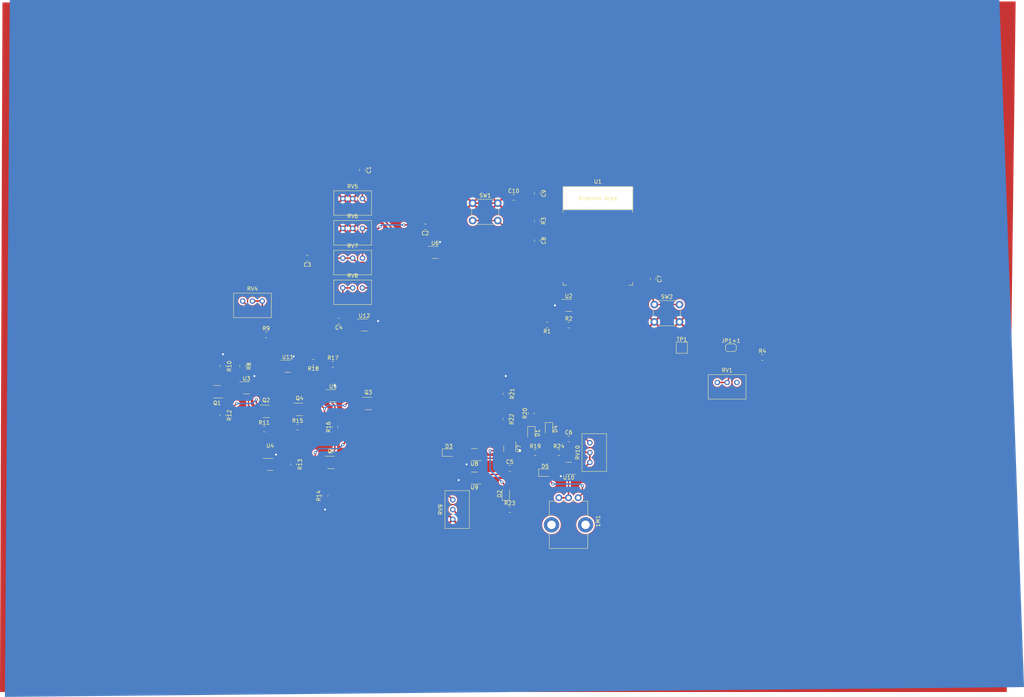
<source format=kicad_pcb>
(kicad_pcb (version 20221018) (generator pcbnew)
  (layers (0 "F.Cu" signal) (31 "B.Cu" signal) (34 "B.Paste" user) (35 "F.Paste" user) (36 "B.SilkS" user "B.Silkscreen") (37 "F.SilkS" user "F.Silkscreen") (38 "B.Mask" user) (39 "F.Mask" user) (44 "Edge.Cuts" user))
  (net 0 "")
  (net 1 "HighPass Input")
  (net 2 "Net-(U6A-+)")
  (net 3 "Net-(U6A--)")
  (net 4 "LowPass Input")
  (net 5 "Net-(U6B-+)")
  (net 6 "GND")
  (net 7 "Filter Out")
  (net 8 "Net-(U1-GPIO0)")
  (net 9 "Net-(D1-A)")
  (net 10 "Net-(U10-+)")
  (net 11 "Net-(D1-K)")
  (net 12 "Net-(D2-K)")
  (net 13 "Net-(D2-A)")
  (net 14 "Net-(D3-K)")
  (net 15 "Net-(D3-A)")
  (net 16 "Net-(D4-K)")
  (net 17 "Net-(D4-A)")
  (net 18 "Net-(D5-A)")
  (net 19 "Net-(Q1-C)")
  (net 20 "Net-(Q1-B)")
  (net 21 "Net-(Q1-E)")
  (net 22 "Net-(Q2-E)")
  (net 23 "Net-(Q3-C)")
  (net 24 "Net-(Q3-B)")
  (net 25 "Net-(Q3-E)")
  (net 26 "Net-(Q4-E)")
  (net 27 "V_in+")
  (net 28 "Net-(U3-+)")
  (net 29 "Net-(R9-Pad1)")
  (net 30 "+12V")
  (net 31 "Net-(U4--)")
  (net 32 "Net-(U4-+)")
  (net 33 "Net-(U5--)")
  (net 34 "Net-(U5-+)")
  (net 35 "Net-(R17-Pad2)")
  (net 36 "V_Wavefolder+")
  (net 37 "Net-(U7--)")
  (net 38 "Net-(R23-Pad2)")
  (net 39 "Net-(U1-EN)")
  (net 40 "Net-(U10--)")
  (net 41 "+3.3V")
  (net 42 "Net-(U2--)")
  (net 43 "V_inWF+")
  (net 44 "ESP Out")
  (net 45 "V_inW+")
  (net 46 "EN_in+")
  (net 47 "Net-(U6B--)")
  (net 54 "Net-(U1-GPIO17{slash}U1TXD{slash}ADC2_CH6{slash}DAC_1)")
  (net 83 "V_in_EN+")
  (net 84 "Filter Output")
  (net 85 "Net-(JP1+1-A)")
  (net 86 "Net-(JP1+1-B)")
  (net 87 "V_out+")
  (footprint "Capacitor_SMD:C_0805_2012Metric" (layer "F.Cu") (at 63.1105 31.647 -90)
    (fp_text reference "C1")
    (fp_text value "C")
  )
  (footprint "Diode_SMD:D_0805_2012Metric" (layer "F.Cu") (at 110.3545 109.99)
    (fp_text reference "D5")
    (fp_text value "D")
  )
  (footprint "Package_TO_SOT_SMD:SOT-23-5_HandSoldering" (layer "F.Cu") (at 25.5185 89.051 180)
    (fp_text reference "Q1")
    (fp_text value "PNP")
  )
  (footprint "Package_TO_SOT_SMD:SOT-23-5" (layer "F.Cu") (at 33.1385 88.035)
    (fp_text reference "U3")
    (fp_text value "LM321")
  )
  (footprint "Package_TO_SOT_SMD:SOT-23-5_HandSoldering" (layer "F.Cu") (at 38.2185 94.131)
    (fp_text reference "Q2")
    (fp_text value "NPN")
  )
  (footprint "Resistor_SMD:R_0805_2012Metric" (layer "F.Cu") (at 45.3305 107.847 -90)
    (fp_text reference "R13")
    (fp_text value "20k")
  )
  (footprint "Button_Switch_THT:SW_PUSH_6mm_H8mm" (layer "F.Cu") (at 91.61 40.25)
    (fp_text reference "SW1")
    (fp_text value "Reset")
  )
  (footprint "Package_TO_SOT_SMD:TSOT-23-8" (layer "F.Cu") (at 81.9065 52.983)
    (fp_text reference "U6")
    (fp_text value "Opamp_Dual")
  )
  (footprint "Resistor_SMD:R_0805_2012Metric" (layer "F.Cu") (at 50.4105 81.431 180)
    (fp_text reference "R18")
    (fp_text value "1k")
  )
  (footprint "Potentiometer_THT:Potentiometer_Bourns_3299W_Vertical" (layer "F.Cu") (at 63.1205 54.478)
    (fp_text reference "RV7")
    (fp_text value "R_Potentiometer")
  )
  (footprint "Capacitor_SMD:C_0805_2012Metric" (layer "F.Cu") (at 79.3665 46.379 180)
    (fp_text reference "C2")
    (fp_text value "C")
  )
  (footprint "Resistor_SMD:R_0805_2012Metric" (layer "F.Cu") (at 38.2185 74.319)
    (fp_text reference "R9")
    (fp_text value "2k")
  )
  (footprint "Resistor_SMD:R_0805_2012Metric" (layer "F.Cu") (at 101.2105 119.531)
    (fp_text reference "R23")
    (fp_text value "100k")
  )
  (footprint "Package_TO_SOT_SMD:SOT-23-5" (layer "F.Cu") (at 39.2345 107.847)
    (fp_text reference "U4")
    (fp_text value "LM321")
  )
  (footprint "Resistor_SMD:R_0805_2012Metric" (layer "F.Cu") (at 100.1945 89.559 -90)
    (fp_text reference "R21")
    (fp_text value "100k")
  )
  (footprint "Package_TO_SOT_SMD:SOT-23-5_HandSoldering" (layer "F.Cu") (at 46.8545 93.623)
    (fp_text reference "Q4")
    (fp_text value "NPN")
  )
  (footprint "Potentiometer_THT:Potentiometer_Bourns_3299W_Vertical" (layer "F.Cu") (at 159.9535 86.648)
    (fp_text reference "RV1")
    (fp_text value "20k")
  )
  (footprint "Resistor_SMD:R_0805_2012Metric" (layer "F.Cu") (at 32.1225 82.447 -90)
    (fp_text reference "R8")
    (fp_text value "100k")
  )
  (footprint "Capacitor_SMD:C_0805_2012Metric" (layer "F.Cu") (at 108.3225 37.743 -90)
    (fp_text reference "C9")
    (fp_text value "0.1uF")
  )
  (footprint "Jumper:SolderJumper-2_P1.3mm_Bridged_RoundedPad1.0x1.5mm" (layer "F.Cu") (at 158.41 77.65)
    (fp_text reference "JP1+1")
    (fp_text value "SolderJumper_2_Open")
  )
  (footprint "Package_TO_SOT_SMD:SOT-23-5_HandSoldering" (layer "F.Cu") (at 54.9825 107.339)
    (fp_text reference "Qr")
    (fp_text value "PNP")
  )
  (footprint "Resistor_SMD:R_0805_2012Metric" (layer "F.Cu") (at 55.4905 81.939)
    (fp_text reference "R17")
    (fp_text value "220k")
  )
  (footprint "Capacitor_SMD:C_0805_2012Metric" (layer "F.Cu") (at 101.2105 108.863)
    (fp_text reference "C5")
    (fp_text value "1uF")
  )
  (footprint "Resistor_SMD:R_0805_2012Metric" (layer "F.Cu") (at 53.4585 115.975 90)
    (fp_text reference "R14")
    (fp_text value "20k")
  )
  (footprint "Package_TO_SOT_SMD:SOT-23-5_HandSoldering" (layer "F.Cu") (at 64.6345 92.099)
    (fp_text reference "Q3")
    (fp_text value "PNP")
  )
  (footprint "Potentiometer_THT:Potentiometer_Bourns_3299W_Vertical" (layer "F.Cu") (at 63.1205 39.078)
    (fp_text reference "RV5")
    (fp_text value "R_Potentiometer")
  )
  (footprint "Potentiometer_THT:Potentiometer_Bourns_3299W_Vertical" (layer "F.Cu") (at 63.1205 46.778)
    (fp_text reference "RV6")
    (fp_text value "R_Potentiometer")
  )
  (footprint "Button_Switch_THT:SW_PUSH_6mm_H8mm" (layer "F.Cu") (at 138.6005 66.481)
    (fp_text reference "SW2")
    (fp_text value "Boot")
  )
  (footprint "Resistor_SMD:R_0805_2012Metric" (layer "F.Cu") (at 107.8145 104.799)
    (fp_text reference "R19")
    (fp_text value "10k")
  )
  (footprint "Package_TO_SOT_SMD:SOT-23-5" (layer "F.Cu") (at 116.4505 108.863 180)
    (fp_text reference "U10")
    (fp_text value "LM321")
  )
  (footprint "Diode_SMD:D_0805_2012Metric" (layer "F.Cu") (at 100.1945 115.467 90)
    (fp_text reference "D2")
    (fp_text value "D")
  )
  (footprint "Resistor_SMD:R_0805_2012Metric" (layer "F.Cu") (at 108.3225 44.855 -90)
    (fp_text reference "R3")
    (fp_text value "10k")
  )
  (footprint "Package_TO_SOT_SMD:SOT-23-5" (layer "F.Cu") (at 101.2105 103.7875 -90)
    (fp_text reference "U7")
    (fp_text value "LM321")
  )
  (footprint "Resistor_SMD:R_0805_2012Metric" (layer "F.Cu") (at 37.7105 98.703)
    (fp_text reference "R11")
    (fp_text value "20k")
  )
  (footprint "TestPoint:TestPoint_Pad_2.5x2.5mm" (layer "F.Cu") (at 145.71 77.65)
    (fp_text reference "TP1")
    (fp_text value "TestPoint")
  )
  (footprint "Resistor_SMD:R_0805_2012Metric" (layer "F.Cu") (at 166.538 80.19)
    (fp_text reference "R4")
    (fp_text value "20k")
  )
  (footprint "Resistor_SMD:R_0805_2012Metric" (layer "F.Cu") (at 27.0425 82.447 -90)
    (fp_text reference "R10")
    (fp_text value "20k")
  )
  (footprint "Capacitor_SMD:C_0805_2012Metric" (layer "F.Cu") (at 57.0145 70.763 180)
    (fp_text reference "C4")
    (fp_text value "C")
  )
  (footprint "Diode_SMD:D_0805_2012Metric" (layer "F.Cu") (at 85.4625 104.799)
    (fp_text reference "D3")
    (fp_text value "D")
  )
  (footprint "Potentiometer_THT:Potentiometer_Bourns_3299W_Vertical" (layer "F.Cu") (at 63.1205 62.178)
    (fp_text reference "RV8")
    (fp_text value "R_Potentiometer")
  )
  (footprint "Resistor_SMD:R_0805_2012Metric" (layer "F.Cu") (at 100.1945 96.163 -90)
    (fp_text reference "R22")
    (fp_text value "47k")
  )
  (footprint "Capacitor_SMD:C_0805_2012Metric" (layer "F.Cu") (at 108.3225 49.935 -90)
    (fp_text reference "C8")
    (fp_text value "0.1uF")
  )
  (footprint "Potentiometer_THT:Potentiometer_Bourns_3299W_Vertical" (layer "F.Cu") (at 86.4785 116.991 90)
    (fp_text reference "RV9")
    (fp_text value "100k")
  )
  (footprint "Resistor_SMD:R_0805_2012Metric" (layer "F.Cu") (at 113.9105 104.799)
    (fp_text reference "R24")
    (fp_text value "1k")
  )
  (footprint "Resistor_SMD:R_0805_2012Metric" (layer "F.Cu") (at 27.0425 95.147 -90)
    (fp_text reference "R12")
    (fp_text value "10k")
  )
  (footprint "Package_TO_SOT_SMD:SOT-23-5" (layer "F.Cu") (at 43.8065 82.447)
    (fp_text reference "U11")
    (fp_text value "LM321")
  )
  (footprint "Package_TO_SOT_SMD:SOT-23-5" (layer "F.Cu") (at 63.6185 71.779)
    (fp_text reference "U12")
    (fp_text value "LM321")
  )
  (footprint "Package_TO_SOT_SMD:SOT-23-5" (layer "F.Cu") (at 92.0665 111.403 180)
    (fp_text reference "U9")
    (fp_text value "LM321")
  )
  (footprint "Resistor_SMD:R_0805_2012Metric" (layer "F.Cu") (at 55.9985 98.195 90)
    (fp_text reference "R16")
    (fp_text value "10k")
  )
  (footprint "Potentiometer_THT:Potentiometer_Bourns_PTV09A-1_Single_Vertical" (layer "F.Cu") (at 113.9105 116.483 -90)
    (fp_text reference "1M1")
    (fp_text value "R_Potentiometer")
  )
  (footprint "Package_TO_SOT_SMD:SOT-23-5" (layer "F.Cu") (at 55.4905 90.067)
    (fp_text reference "U5")
    (fp_text value "LM321")
  )
  (footprint "Package_TO_SOT_SMD:SOT-23-5" (layer "F.Cu") (at 92.0665 105.307 180)
    (fp_text reference "U8")
    (fp_text value "LM321")
  )
  (footprint "Capacitor_SMD:C_0805_2012Metric" (layer "F.Cu") (at 102.2265 38.759)
    (fp_text reference "C10")
    (fp_text value "1uF")
  )
  (footprint "Potentiometer_THT:Potentiometer_Bourns_3299W_Vertical" (layer "F.Cu") (at 37.2125 65.574)
    (fp_text reference "RV4")
    (fp_text value "20k")
  )
  (footprint "Capacitor_SMD:C_0805_2012Metric" (layer "F.Cu") (at 116.4505 101.243)
    (fp_text reference "C6")
    (fp_text value "1uF")
  )
  (footprint "Potentiometer_THT:Potentiometer_Bourns_3299W_Vertical" (layer "F.Cu") (at 121.9295 102.249 90)
    (fp_text reference "RV10")
    (fp_text value "1M")
  )
  (footprint "Capacitor_SMD:C_0805_2012Metric" (layer "F.Cu") (at 138.285081 59.842708 -90)
    (fp_text reference "C7")
    (fp_text value "0.1uF")
  )
  (footprint "Package_TO_SOT_SMD:SOT-23-5" (layer "F.Cu") (at 116.4505 66.699)
    (fp_text reference "U2")
    (fp_text value "LM321")
  )
  (footprint "Diode_SMD:D_0805_2012Metric" (layer "F.Cu") (at 111.3705 98.703 -90)
    (fp_text reference "D4")
    (fp_text value "D")
  )
  (footprint "Resistor_SMD:R_0805_2012Metric" (layer "F.Cu") (at 110.8625 71.779 180)
    (fp_text reference "R1")
    (fp_text value "1k")
  )
  (footprint "PCM_Espressif:ESP32-S2-SOLO" (layer "F.Cu") (at 123.994 51.718)
    (fp_text reference "U1")
    (fp_text value "ESP32-S2-SOLO")
  )
  (footprint "Diode_SMD:D_0805_2012Metric" (layer "F.Cu") (at 106.7985 99.719 -90)
    (fp_text reference "D1")
    (fp_text value "100k")
  )
  (footprint "Resistor_SMD:R_0805_2012Metric" (layer "F.Cu") (at 46.3465 98.195)
    (fp_text reference "R15")
    (fp_text value "20k")
  )
  (footprint "Resistor_SMD:R_0805_2012Metric" (layer "F.Cu") (at 106.7985 94.639 90)
    (fp_text reference "R20")
    (fp_text value "100k")
  )
  (footprint "Capacitor_SMD:C_0805_2012Metric" (layer "F.Cu") (at 48.8865 54.507 180)
    (fp_text reference "C3")
    (fp_text value "C")
  )
  (footprint "Resistor_SMD:R_0805_2012Metric" (layer "F.Cu") (at 116.4505 71.779)
    (fp_text reference "R2")
    (fp_text value "1.7k")
  )
  (segment (start 63.1105 32.597) (end 63.1105 39.068) (width 0.381) (layer "F.Cu") (net 2))
  (segment (start 77.3505 53.308) (end 80.769 53.308) (width 0.381) (layer "F.Cu") (net 2))
  (segment (start 63.1205 39.078) (end 77.3505 53.308) (width 0.381) (layer "F.Cu") (net 2))
  (segment (start 63.1105 39.068) (end 63.1205 39.078) (width 0.381) (layer "F.Cu") (net 2))
  (segment (start 80.3165 51.5555) (end 80.769 52.008) (width 0.381) (layer "F.Cu") (net 3))
  (segment (start 80.769 52.008) (end 80.769 52.658) (width 0.381) (layer "F.Cu") (net 3))
  (segment (start 80.3165 46.379) (end 80.3165 51.5555) (width 0.381) (layer "F.Cu") (net 3))
  (segment (start 67.2835 46.778) (end 67.6825 46.379) (width 0.381) (layer "F.Cu") (net 4))
  (segment (start 73.7785 45.871) (end 77.9085 45.871) (width 0.381) (layer "F.Cu") (net 4))
  (segment (start 77.9085 45.871) (end 78.4165 46.379) (width 0.381) (layer "F.Cu") (net 4))
  (segment (start 63.1205 46.778) (end 63.1205 54.478) (width 0.381) (layer "F.Cu") (net 4))
  (segment (start 63.1205 46.778) (end 67.2835 46.778) (width 0.381) (layer "F.Cu") (net 4))
  (via (at 67.6825 46.379) (size 0.8) (drill 0.4) (layers "F.Cu" "B.Cu") (net 4))
  (via (at 73.7785 45.871) (size 0.8) (drill 0.4) (layers "F.Cu" "B.Cu") (net 4))
  (segment (start 67.6825 46.379) (end 68.1905 45.871) (width 0.381) (layer "B.Cu") (net 4))
  (segment (start 68.1905 45.871) (end 73.7785 45.871) (width 0.381) (layer "B.Cu") (net 4))
  (segment (start 58.0115 54.507) (end 58.0405 54.478) (width 0.381) (layer "F.Cu") (net 5))
  (segment (start 61.691 55.5885) (end 81.4135 55.5885) (width 0.381) (layer "F.Cu") (net 5))
  (segment (start 60.5805 54.478) (end 61.691 55.5885) (width 0.381) (layer "F.Cu") (net 5))
  (segment (start 49.8365 54.507) (end 58.0115 54.507) (width 0.381) (layer "F.Cu") (net 5))
  (segment (start 81.4135 55.5885) (end 83.044 53.958) (width 0.381) (layer "F.Cu") (net 5))
  (segment (start 58.0405 54.478) (end 60.5805 54.478) (width 0.381) (layer "F.Cu") (net 5))
  (segment (start 106.7985 93.7265) (end 108.727 95.655) (width 0.381) (layer "F.Cu") (net 6))
  (segment (start 61.719001 71.8785) (end 57.18 71.8785) (width 0.381) (layer "F.Cu") (net 6))
  (segment (start 62.481 71.779) (end 61.818501 71.779) (width 0.381) (layer "F.Cu") (net 6))
  (segment (start 123.894 52.578) (end 122.494 52.578) (width 0.762) (layer "F.Cu") (net 6))
  (segment (start 121.094 51.178) (end 121.094 52.578) (width 0.762) (layer "F.Cu") (net 6))
  (segment (start 100.682 105.978) (end 101.2105 105.4495) (width 0.381) (layer "F.Cu") (net 6))
  (segment (start 45.61552 82.63748) (end 53.04504 90.067) (width 0.381) (layer "F.Cu") (net 6))
  (segment (start 132.744 43.458) (end 115.244 43.458) (width 0.762) (layer "F.Cu") (net 6))
  (segment (start 118.641 108.472499) (end 118.250499 108.863) (width 0.381) (layer "F.Cu") (net 6))
  (segment (start 61.818501 71.779) (end 61.719001 71.8785) (width 0.381) (layer "F.Cu") (net 6))
  (segment (start 122.494 52.578) (end 122.494 51.178) (width 0.762) (layer "F.Cu") (net 6))
  (segment (start 108.727 95.655) (end 108.727 104.799) (width 0.381) (layer "F.Cu") (net 6))
  (segment (start 80.769 53.958) (end 81.718314 53.958) (width 0.381) (layer "F.Cu") (net 6))
  (segment (start 101.2105 102.65) (end 101.2105 98.0915) (width 0.381) (layer "F.Cu") (net 6))
  (segment (start 38.623 98.703) (end 40.739 96.587) (width 0.381) (layer "F.Cu") (net 6))
  (segment (start 39.34748 85.48748) (end 39.34748 85.28748) (width 0.381) (layer "F.Cu") (net 6))
  (segment (start 36.59996 88.035) (end 39.34748 85.28748) (width 0.381) (layer "F.Cu") (net 6))
  (segment (start 93.204 105.307) (end 97.526158 105.307) (width 0.381) (layer "F.Cu") (net 6))
  (segment (start 32.001 88.035) (end 36.59996 88.035) (width 0.381) (layer "F.Cu") (net 6))
  (segment (start 82.0513 53.625014) (end 82.0513 49.8087) (width 0.381) (layer "F.Cu") (net 6))
  (segment (start 122.494 52.578) (end 121.094 52.578) (width 0.762) (layer "F.Cu") (net 6))
  (segment (start 103.4495 97.0755) (end 106.7985 93.7265) (width 0.381) (layer "F.Cu") (net 6))
  (segment (start 121.094 51.178) (end 121.094 49.778) (width 0.762) (layer "F.Cu") (net 6))
  (segment (start 42.18796 82.447) (end 42.669 82.447) (width 0.381) (layer "F.Cu") (net 6))
  (segment (start 100.1945 97.0755) (end 103.4495 97.0755) (width 0.381) (layer "F.Cu") (net 6))
  (segment (start 115.5005 101.243) (end 118.641 104.3835) (width 0.381) (layer "F.Cu") (net 6))
  (segment (start 39.34748 85.28748) (end 41.99748 82.63748) (width 0.381) (layer "F.Cu") (net 6))
  (segment (start 81.718314 53.958) (end 82.0513 53.625014) (width 0.381) (layer "F.Cu") (net 6))
  (segment (start 41.99748 82.63748) (end 42.18796 82.447) (width 0.381) (layer "F.Cu") (net 6))
  (segment (start 101.2105 98.0915) (end 100.1945 97.0755) (width 0.381) (layer "F.Cu") (net 6))
  (segment (start 121.094 51.178) (end 122.494 51.178) (width 0.762) (layer "F.Cu") (net 6))
  (segment (start 97.526158 105.307) (end 98.197158 105.978) (width 0.381) (layer "F.Cu") (net 6))
  (segment (start 121.094 49.778) (end 122.494 49.778) (width 0.762) (layer "F.Cu") (net 6))
  (segment (start 123.894 49.778) (end 122.494 49.778) (width 0.762) (layer "F.Cu") (net 6))
  (segment (start 98.197158 105.978) (end 100.682 105.978) (width 0.381) (layer "F.Cu") (net 6))
  (segment (start 122.494 49.778) (end 122.494 51.178) (width 0.762) (layer "F.Cu") (net 6))
  (segment (start 118.250499 108.863) (end 117.588 108.863) (width 0.381) (layer "F.Cu") (net 6))
  (segment (start 57.18 71.8785) (end 56.0645 70.763) (width 0.381) (layer "F.Cu") (net 6))
  (segment (start 123.894 51.178) (end 123.894 49.778) (width 0.762) (layer "F.Cu") (net 6))
  (segment (start 41.99748 82.63748) (end 45.61552 82.63748) (width 0.381) (layer "F.Cu") (net 6))
  (segment (start 118.641 104.3835) (end 118.641 108.472499) (width 0.381) (layer "F.Cu") (net 6))
  (segment (start 82.0513 49.8087) (end 91.61 40.25) (width 0.381) (layer "F.Cu") (net 6))
  (segment (start 101.2105 105.4495) (end 101.2105 102.65) (width 0.381) (layer "F.Cu") (net 6))
  (segment (start 40.739 96.587) (end 40.739 86.879) (width 0.381) (layer "F.Cu") (net 6))
  (segment (start 123.894 51.178) (end 123.894 52.578) (width 0.762) (layer "F.Cu") (net 6))
  (segment (start 122.494 51.178) (end 123.894 51.178) (width 0.762) (layer "F.Cu") (net 6))
  (segment (start 53.04504 90.067) (end 54.353 90.067) (width 0.381) (layer "F.Cu") (net 6))
  (segment (start 40.739 86.879) (end 39.34748 85.48748) (width 0.381) (layer "F.Cu") (net 6))
  (segment (start 91.61 40.25) (end 98.11 40.25) (width 0.381) (layer "F.Cu") (net 6))
  (segment (start 58.0405 70.687) (end 57.9645 70.763) (width 0.381) (layer "F.Cu") (net 7))
  (segment (start 58.0405 62.178) (end 58.0405 70.687) (width 0.381) (layer "F.Cu") (net 7))
  (segment (start 60.5805 62.178) (end 58.0405 62.178) (width 0.381) (layer "F.Cu") (net 7))
  (segment (start 138.6005 66.481) (end 145.1005 66.481) (width 0.381) (layer "F.Cu") (net 8))
  (segment (start 137.460373 59.968) (end 138.285081 60.792708) (width 0.381) (layer "F.Cu") (net 8))
  (segment (start 132.744 59.968) (end 137.460373 59.968) (width 0.381) (layer "F.Cu") (net 8))
  (segment (start 138.285081 66.165581) (end 138.6005 66.481) (width 0.381) (layer "F.Cu") (net 8))
  (segment (start 138.2285 66.109) (end 138.6005 66.481) (width 0.381) (layer "F.Cu") (net 8))
  (segment (start 138.285081 60.792708) (end 138.285081 66.165581) (width 0.381) (layer "F.Cu") (net 8))
  (segment (start 106.2245 104.799) (end 102.1605 108.863) (width 0.381) (layer "F.Cu") (net 9))
  (segment (start 106.7985 104.6955) (end 106.902 104.799) (width 0.381) (layer "F.Cu") (net 9))
  (segment (start 106.7985 100.6565) (end 106.7985 104.6955) (width 0.381) (layer "F.Cu") (net 9))
  (segment (start 106.902 104.799) (end 106.2245 104.799) (width 0.381) (layer "F.Cu") (net 9))
  (segment (start 116.4105 110.9905) (end 116.4105 116.483) (width 0.381) (layer "F.Cu") (net 10))
  (segment (start 116.4105 116.483) (end 113.9105 116.483) (width 0.381) (layer "F.Cu") (net 10))
  (segment (start 120.9465 104.789) (end 121.9295 104.789) (width 0.381) (layer "F.Cu") (net 10))
  (segment (start 121.9295 107.329) (end 119.4455 109.813) (width 0.381) (layer "F.Cu") (net 10))
  (segment (start 119.4455 109.813) (end 117.588 109.813) (width 0.381) (layer "F.Cu") (net 10))
  (segment (start 117.4005 101.243) (end 120.9465 104.789) (width 0.381) (layer "F.Cu") (net 10))
  (segment (start 121.9295 104.789) (end 121.9295 107.329) (width 0.381) (layer "F.Cu") (net 10))
  (segment (start 117.588 109.813) (end 116.4105 110.9905) (width 0.381) (layer "F.Cu") (net 10))
  (segment (start 106.0245 98.7815) (end 106.7985 98.7815) (width 0.381) (layer "F.Cu") (net 11))
  (segment (start 102.1605 102.6455) (end 106.0245 98.7815) (width 0.381) (layer "F.Cu") (net 11))
  (segment (start 106.7985 95.5515) (end 106.7985 98.7815) (width 0.381) (layer "F.Cu") (net 11))
  (segment (start 93.204 112.353) (end 96.143 112.353) (width 0.381) (layer "F.Cu") (net 12))
  (segment (start 100.1945 119.4275) (end 100.298 119.531) (width 0.381) (layer "F.Cu") (net 12))
  (segment (start 96.143 112.353) (end 100.1945 116.4045) (width 0.381) (layer "F.Cu") (net 12))
  (segment (start 100.1945 116.4045) (end 100.1945 119.4275) (width 0.381) (layer "F.Cu") (net 12))
  (segment (start 96.1305 104.291) (end 99.631 104.291) (width 0.381) (layer "F.Cu") (net 13))
  (segment (start 100.1945 114.5295) (end 100.1945 113.435) (width 0.381) (layer "F.Cu") (net 13))
  (segment (start 99.631 104.291) (end 100.2605 104.9205) (width 0.381) (layer "F.Cu") (net 13))
  (segment (start 100.1945 113.435) (end 99.1785 112.419) (width 0.381) (layer "F.Cu") (net 13))
  (via (at 96.1305 104.291) (size 0.8) (drill 0.4) (layers "F.Cu" "B.Cu") (net 13))
  (via (at 99.1785 112.419) (size 0.8) (drill 0.4) (layers "F.Cu" "B.Cu") (net 13))
  (segment (start 96.1305 109.371) (end 96.1305 104.291) (width 0.381) (layer "B.Cu") (net 13))
  (segment (start 99.1785 112.419) (end 96.1305 109.371) (width 0.381) (layer "B.Cu") (net 13))
  (segment (start 84.525 115.0375) (end 86.4785 116.991) (width 0.381) (layer "F.Cu") (net 14))
  (segment (start 84.525 104.799) (end 84.525 115.0375) (width 0.381) (layer "F.Cu") (net 14))
  (segment (start 86.4 104.799) (end 90.487 104.799) (width 0.381) (layer "F.Cu") (net 15))
  (segment (start 90.487 104.799) (end 90.929 104.357) (width 0.381) (layer "F.Cu") (net 15))
  (segment (start 111.3705 97.7655) (end 117.446 97.7655) (width 0.381) (layer "F.Cu") (net 16))
  (segment (start 117.446 97.7655) (end 121.9295 102.249) (width 0.381) (layer "F.Cu") (net 16))
  (segment (start 108.954 110.453) (end 109.417 109.99) (width 0.381) (layer "F.Cu") (net 17))
  (segment (start 93.204 110.453) (end 90.929 110.453) (width 0.381) (layer "F.Cu") (net 17))
  (segment (start 111.3705 108.0365) (end 111.3705 99.6405) (width 0.381) (layer "F.Cu") (net 17))
  (segment (start 93.204 110.453) (end 108.954 110.453) (width 0.381) (layer "F.Cu") (net 17))
  (segment (start 109.417 109.99) (end 111.3705 108.0365) (width 0.381) (layer "F.Cu") (net 17))
  (segment (start 120.0065 115.387) (end 118.9105 116.483) (width 0.381) (layer "F.Cu") (net 18))
  (segment (start 111.292 109.99) (end 111.292 111.8325) (width 0.381) (layer "F.Cu") (net 18))
  (segment (start 111.292 111.8325) (end 112.3865 112.927) (width 0.381) (layer "F.Cu") (net 18))
  (segment (start 120.0065 113.435) (end 120.0065 115.387) (width 0.381) (layer "F.Cu") (net 18))
  (via (at 112.3865 112.927) (size 0.8) (drill 0.4) (layers "F.Cu" "B.Cu") (net 18))
  (via (at 120.0065 113.435) (size 0.8) (drill 0.4) (layers "F.Cu" "B.Cu") (net 18))
  (segment (start 119.4985 112.927) (end 120.0065 113.435) (width 0.381) (layer "B.Cu") (net 18))
  (segment (start 112.3865 112.927) (end 119.4985 112.927) (width 0.381) (layer "B.Cu") (net 18))
  (segment (start 35.6785 91.083) (end 35.6785 91.991) (width 0.381) (layer "F.Cu") (net 19))
  (segment (start 26.8685 90.001) (end 26.8685 94.0605) (width 0.381) (layer "F.Cu") (net 19))
  (segment (start 35.6785 91.991) (end 36.8685 93.181) (width 0.381) (layer "F.Cu") (net 19))
  (segment (start 26.8685 94.0605) (end 27.0425 94.2345) (width 0.381) (layer "F.Cu") (net 19))
  (segment (start 28.463 94.2345) (end 30.5985 92.099) (width 0.381) (layer "F.Cu") (net 19))
  (segment (start 27.0425 94.2345) (end 28.463 94.2345) (width 0.381) (layer "F.Cu") (net 19))
  (via (at 35.6785 91.083) (size 0.8) (drill 0.4) (layers "F.Cu" "B.Cu") (net 19))
  (via (at 30.5985 92.099) (size 0.8) (drill 0.4) (layers "F.Cu" "B.Cu") (net 19))
  (segment (start 30.5985 92.099) (end 34.6625 92.099) (width 0.381) (layer "B.Cu") (net 19))
  (segment (start 34.6625 92.099) (end 35.6785 91.083) (width 0.381) (layer "B.Cu") (net 19))
  (segment (start 33.6465 92.607) (end 35.1705 94.131) (width 0.381) (layer "F.Cu") (net 20))
  (segment (start 34.276 88.985) (end 33.6465 89.6145) (width 0.381) (layer "F.Cu") (net 20))
  (segment (start 33.6465 89.6145) (end 33.6465 92.607) (width 0.381) (layer "F.Cu") (net 20))
  (segment (start 32.001 88.985) (end 34.276 88.985) (width 0.381) (layer "F.Cu") (net 20))
  (segment (start 31.935 89.051) (end 32.001 88.985) (width 0.381) (layer "F.Cu") (net 20))
  (segment (start 35.1705 94.131) (end 36.8685 94.131) (width 0.381) (layer "F.Cu") (net 20))
  (segment (start 26.8685 89.051) (end 31.935 89.051) (width 0.381) (layer "F.Cu") (net 20))
  (segment (start 27.0425 83.3595) (end 27.0425 87.927) (width 0.381) (layer "F.Cu") (net 21))
  (segment (start 27.0425 87.927) (end 26.8685 88.101) (width 0.381) (layer "F.Cu") (net 21))
  (segment (start 36.8685 95.081) (end 36.8685 98.6325) (width 0.381) (layer "F.Cu") (net 22))
  (segment (start 36.8685 98.6325) (end 36.798 98.703) (width 0.381) (layer "F.Cu") (net 22))
  (segment (start 63.2845 91.149) (end 59.9965 91.149) (width 0.381) (layer "F.Cu") (net 23))
  (segment (start 53.3 93.4645) (end 49.9025 90.067) (width 0.381) (layer "F.Cu") (net 23))
  (segment (start 59.9965 91.149) (end 58.5385 92.607) (width 0.381) (layer "F.Cu") (net 23))
  (segment (start 53.3 96.409) (end 53.3 93.4645) (width 0.381) (layer "F.Cu") (net 23))
  (segment (start 55.9985 99.1075) (end 53.3 96.409) (width 0.381) (layer "F.Cu") (net 23))
  (segment (start 49.9025 90.067) (end 48.1105 90.067) (width 0.381) (layer "F.Cu") (net 23))
  (segment (start 48.1105 90.067) (end 45.5045 92.673) (width 0.381) (layer "F.Cu") (net 23))
  (segment (start 55.9985 104.023) (end 53.6325 106.389) (width 0.381) (layer "F.Cu") (net 23))
  (segment (start 55.9985 99.1075) (end 55.9985 104.023) (width 0.381) (layer "F.Cu") (net 23))
  (via (at 53.3 93.4645) (size 0.8) (drill 0.4) (layers "F.Cu" "B.Cu") (net 23))
  (via (at 58.5385 92.607) (size 0.8) (drill 0.4) (layers "F.Cu" "B.Cu") (net 23))
  (segment (start 54.1575 92.607) (end 53.3 93.4645) (width 0.381) (layer "B.Cu") (net 23))
  (segment (start 58.5385 92.607) (end 54.1575 92.607) (width 0.381) (layer "B.Cu") (net 23))
  (segment (start 46.421 104.3655) (end 46.421 107.669) (width 0.381) (layer "F.Cu") (net 24))
  (segment (start 58.5385 95.684) (end 58.5385 102.259) (width 0.381) (layer "F.Cu") (net 24))
  (segment (start 46.421 107.669) (end 45.3305 108.7595) (width 0.381) (layer "F.Cu") (net 24))
  (segment (start 58.5385 102.259) (end 58.0305 102.767) (width 0.381) (layer "F.Cu") (net 24))
  (segment (start 46.751 107.339) (end 45.3305 108.7595) (width 0.381) (layer "F.Cu") (net 24))
  (segment (start 53.6325 107.339) (end 46.751 107.339) (width 0.381) (layer "F.Cu") (net 24))
  (segment (start 50.9185 104.799) (end 50.9185 106.323) (width 0.381) (layer "F.Cu") (net 24))
  (segment (start 42.7905 100.735) (end 46.421 104.3655) (width 0.381) (layer "F.Cu") (net 24))
  (segment (start 44.5685 93.623) (end 42.7905 95.401) (width 0.381) (layer "F.Cu") (net 24))
  (segment (start 50.9185 106.323) (end 51.9345 107.339) (width 0.381) (layer "F.Cu") (net 24))
  (segment (start 42.7905 95.401) (end 42.7905 100.735) (width 0.381) (layer "F.Cu") (net 24))
  (segment (start 45.5045 93.623) (end 44.5685 93.623) (width 0.381) (layer "F.Cu") (net 24))
  (segment (start 45.293 108.797) (end 45.3305 108.7595) (width 0.381) (layer "F.Cu") (net 24))
  (segment (start 62.1235 92.099) (end 58.5385 95.684) (width 0.381) (layer "F.Cu") (net 24))
  (segment (start 51.9345 107.339) (end 53.6325 107.339) (width 0.381) (layer "F.Cu") (net 24))
  (segment (start 63.2845 92.099) (end 62.1235 92.099) (width 0.381) (layer "F.Cu") (net 24))
  (segment (start 40.372 108.797) (end 45.293 108.797) (width 0.381) (layer "F.Cu") (net 24))
  (via (at 50.9185 104.799) (size 0.8) (drill 0.4) (layers "F.Cu" "B.Cu") (net 24))
  (via (at 58.0305 102.767) (size 0.8) (drill 0.4) (layers "F.Cu" "B.Cu") (net 24))
  (segment (start 51.9345 103.783) (end 57.0145 103.783) (width 0.381) (layer "B.Cu") (net 24))
  (segment (start 57.0145 103.783) (end 58.0305 102.767) (width 0.381) (layer "B.Cu") (net 24))
  (segment (start 50.9185 104.799) (end 51.9345 103.783) (width 0.381) (layer "B.Cu") (net 24))
  (segment (start 63.2845 103.223) (end 56.6285 109.879) (width 0.381) (layer "F.Cu") (net 25))
  (segment (start 63.2845 93.049) (end 63.2845 103.223) (width 0.381) (layer "F.Cu") (net 25))
  (segment (start 56.6285 109.879) (end 53.6325 109.879) (width 0.381) (layer "F.Cu") (net 25))
  (segment (start 53.6325 108.289) (end 53.6325 109.879) (width 0.381) (layer "F.Cu") (net 25))
  (segment (start 53.6325 114.8885) (end 53.4585 115.0625) (width 0.381) (layer "F.Cu") (net 25))
  (segment (start 53.6325 109.879) (end 53.6325 114.8885) (width 0.381) (layer "F.Cu") (net 25))
  (segment (start 45.5045 94.573) (end 45.5045 98.1245) (width 0.381) (layer "F.Cu") (net 26))
  (segment (start 45.5045 98.1245) (end 45.434 98.195) (width 0.381) (layer "F.Cu") (net 26))
  (segment (start 100.2605 108.863) (end 97.6545 106.257) (width 0.381) (layer "F.Cu") (net 27))
  (segment (start 97.6545 106.257) (end 93.204 106.257) (width 0.381) (layer "F.Cu") (net 27))
  (segment (start 32.1325 65.574) (end 33.213 66.6545) (width 0.381) (layer "F.Cu") (net 28))
  (segment (start 32.1225 83.3595) (end 32.1225 86.9635) (width 0.381) (layer "F.Cu") (net 28))
  (segment (start 33.213 66.6545) (end 33.213 82.269) (width 0.381) (layer "F.Cu") (net 28))
  (segment (start 33.213 82.269) (end 32.1225 83.3595) (width 0.381) (layer "F.Cu") (net 28))
  (segment (start 32.1225 86.9635) (end 32.001 87.085) (width 0.381) (layer "F.Cu") (net 28))
  (segment (start 34.6725 65.574) (end 37.2125 65.574) (width 0.381) (layer "F.Cu") (net 29))
  (segment (start 37.2125 65.574) (end 37.2125 74.2255) (width 0.381) (layer "F.Cu") (net 29))
  (segment (start 37.2125 74.2255) (end 37.306 74.319) (width 0.381) (layer "F.Cu") (net 29))
  (segment (start 103.121 104.9205) (end 103.7505 104.291) (width 0.762) (layer "F.Cu") (net 30))
  (segment (start 64.756 70.829) (end 67.1085 70.829) (width 0.762) (layer "F.Cu") (net 30))
  (segment (start 67.1085 70.829) (end 67.1745 70.763) (width 0.762) (layer "F.Cu") (net 30))
  (segment (start 56.628 89.117) (end 56.628 88.1565) (width 0.762) (layer "F.Cu") (net 30))
  (segment (start 34.276 87.085) (end 34.276 85.8815) (width 0.762) (layer "F.Cu") (net 30))
  (segment (start 83.044 50.4231) (end 83.1765 50.2906) (width 0.381) (layer "F.Cu") (net 30))
  (segment (start 115.313 110.0005) (end 114.4185 110.895) (width 0.762) (layer "F.Cu") (net 30))
  (segment (start 90.929 106.9525) (end 90.0345 107.847) (width 0.762) (layer "F.Cu") (net 30))
  (segment (start 34.276 85.8815) (end 35.1705 84.987) (width 0.762) (layer "F.Cu") (net 30))
  (segment (start 44.944 80.2935) (end 45.3305 79.907) (width 0.762) (layer "F.Cu") (net 30))
  (segment (start 40.372 105.6935) (end 40.7585 105.307) (width 0.762) (layer "F.Cu") (net 30))
  (segment (start 102.1605 104.9205) (end 103.121 104.9205) (width 0.762) (layer "F.Cu") (net 30))
  (segment (start 115.313 66.699) (end 112.8945 66.699) (width 0.762) (layer "F.Cu") (net 30))
  (segment (start 90.929 112.353) (end 88.4445 112.353) (width 0.762) (layer "F.Cu") (net 30))
  (segment (start 90.929 106.257) (end 90.929 106.9525) (width 0.762) (layer "F.Cu") (net 30))
  (segment (start 83.044 52.008) (end 83.044 50.4231) (width 0.381) (layer "F.Cu") (net 30))
  (segment (start 27.0425 81.5345) (end 27.0425 79.3482) (width 0.762) (layer "F.Cu") (net 30))
  (segment (start 53.4585 116.8875) (end 53.4585 119.531) (width 0.762) (layer "F.Cu") (net 30))
  (segment (start 44.944 81.497) (end 44.944 80.2935) (width 0.762) (layer "F.Cu") (net 30))
  (segment (start 40.372 106.897) (end 40.372 105.6935) (width 0.762) (layer "F.Cu") (net 30))
  (segment (start 56.628 88.1565) (end 55.9985 87.527) (width 0.762) (layer "F.Cu") (net 30))
  (segment (start 115.313 109.813) (end 115.313 110.0005) (width 0.762) (layer "F.Cu") (net 30))
  (segment (start 88.4445 112.353) (end 88.0025 111.911) (width 0.762) (layer "F.Cu") (net 30))
  (segment (start 100.1945 88.6465) (end 100.1945 84.987) (width 0.762) (layer "F.Cu") (net 30))
  (via (at 100.1945 84.987) (size 0.889) (drill 0.508) (layers "F.Cu" "B.Cu") (net 30))
  (via (at 67.1745 70.763) (size 0.889) (drill 0.508) (layers "F.Cu" "B.Cu") (net 30))
  (via (at 55.9985 87.527) (size 0.889) (drill 0.508) (layers "F.Cu" "B.Cu") (net 30))
  (via (at 112.8945 66.699) (size 0.889) (drill 0.508) (layers "F.Cu" "B.Cu") (net 30))
  (via (at 114.4185 110.895) (size 0.889) (drill 0.508) (layers "F.Cu" "B.Cu") (net 30))
  (via (at 35.1705 84.987) (size 0.889) (drill 0.508) (layers "F.Cu" "B.Cu") (net 30))
  (via (at 103.7505 104.291) (size 0.889) (drill 0.508) (layers "F.Cu" "B.Cu") (net 30))
  (via (at 27.0425 79.3482) (size 0.889) (drill 0.508) (layers "F.Cu" "B.Cu") (net 30))
  (via (at 88.0025 111.911) (size 0.889) (drill 0.508) (layers "F.Cu" "B.Cu") (net 30))
  (via (at 90.0345 107.847) (size 0.889) (drill 0.508) (layers "F.Cu" "B.Cu") (net 30))
  (via (at 45.3305 79.907) (size 0.889) (drill 0.508) (layers "F.Cu" "B.Cu") (net 30))
  (via (at 40.7585 105.307) (size 0.889) (drill 0.508) (layers "F.Cu" "B.Cu") (net 30))
  (via (at 83.1765 50.2906) (size 0.889) (drill 0.508) (layers "F.Cu" "B.Cu") (net 30))
  (via (at 53.4585 119.531) (size 0.889) (drill 0.508) (layers "F.Cu" "B.Cu") (net 30))
  (segment (start 27.0425 101.243) (end 34.5965 108.797) (width 0.381) (layer "F.Cu") (net 31))
  (segment (start 34.5965 108.797) (end 38.097 108.797) (width 0.381) (layer "F.Cu") (net 31))
  (segment (start 27.0425 96.0595) (end 27.0425 101.243) (width 0.381) (layer "F.Cu") (net 31))
  (segment (start 44.3145 103.783) (end 45.3305 104.799) (width 0.381) (layer "F.Cu") (net 32))
  (segment (start 38.097 106.897) (end 38.097 104.4125) (width 0.381) (layer "F.Cu") (net 32))
  (segment (start 38.7265 103.783) (end 44.3145 103.783) (width 0.381) (layer "F.Cu") (net 32))
  (segment (start 38.097 104.4125) (end 38.7265 103.783) (width 0.381) (layer "F.Cu") (net 32))
  (segment (start 45.3305 104.799) (end 45.3305 106.9345) (width 0.381) (layer "F.Cu") (net 32))
  (segment (start 55.9985 97.2825) (end 55.9985 92.6625) (width 0.381) (layer "F.Cu") (net 33))
  (segment (start 55.9985 92.6625) (end 54.353 91.017) (width 0.381) (layer "F.Cu") (net 33))
  (segment (start 54.578 81.939) (end 54.578 88.892) (width 0.381) (layer "F.Cu") (net 34))
  (segment (start 54.578 88.892) (end 54.353 89.117) (width 0.381) (layer "F.Cu") (net 34))
  (segment (start 51.9055 80.8485) (end 51.323 81.431) (width 0.381) (layer "F.Cu") (net 35))
  (segment (start 55.3125 80.8485) (end 51.9055 80.8485) (width 0.381) (layer "F.Cu") (net 35))
  (segment (start 56.403 81.939) (end 57.681 83.217) (width 0.381) (layer "F.Cu") (net 35))
  (segment (start 57.681 89.964) (end 56.628 91.017) (width 0.381) (layer "F.Cu") (net 35))
  (segment (start 56.403 81.939) (end 55.3125 80.8485) (width 0.381) (layer "F.Cu") (net 35))
  (segment (start 57.681 83.217) (end 57.681 89.964) (width 0.381) (layer "F.Cu") (net 35))
  (segment (start 43.8065 78.383) (end 42.669 79.5205) (width 0.381) (layer "F.Cu") (net 36))
  (segment (start 49.498 81.431) (end 49.498 79.5025) (width 0.381) (layer "F.Cu") (net 36))
  (segment (start 48.3785 78.383) (end 43.8065 78.383) (width 0.381) (layer "F.Cu") (net 36))
  (segment (start 49.498 79.5025) (end 48.3785 78.383) (width 0.381) (layer "F.Cu") (net 36))
  (segment (start 42.669 79.5205) (end 42.669 81.497) (width 0.381) (layer "F.Cu") (net 36))
  (segment (start 99.583 95.2505) (end 94.6065 100.227) (width 0.381) (layer "F.Cu") (net 37))
  (segment (start 93.204 101.6295) (end 93.204 104.357) (width 0.381) (layer "F.Cu") (net 37))
  (segment (start 97.842 100.227) (end 94.6065 100.227) (width 0.381) (layer "F.Cu") (net 37))
  (segment (start 100.1945 95.2505) (end 99.583 95.2505) (width 0.381) (layer "F.Cu") (net 37))
  (segment (start 100.1945 90.4715) (end 100.1945 95.2505) (width 0.381) (layer "F.Cu") (net 37))
  (segment (start 94.6065 100.227) (end 93.204 101.6295) (width 0.381) (layer "F.Cu") (net 37))
  (segment (start 100.2605 102.6455) (end 97.842 100.227) (width 0.381) (layer "F.Cu") (net 37))
  (segment (start 99.583 122.071) (end 102.123 119.531) (width 0.381) (layer "F.Cu") (net 38))
  (segment (start 89.0185 122.071) (end 99.583 122.071) (width 0.381) (layer "F.Cu") (net 38))
  (segment (start 86.4785 119.531) (end 89.0185 122.071) (width 0.381) (layer "F.Cu") (net 38))
  (segment (start 91.61 44.75) (end 98.11 44.75) (width 0.381) (layer "F.Cu") (net 39))
  (segment (start 108.3225 45.7675) (end 103.155 45.7675) (width 0.381) (layer "F.Cu") (net 39))
  (segment (start 98.11 44.75) (end 100.247 46.887) (width 0.381) (layer "F.Cu") (net 39))
  (segment (start 108.3225 45.7675) (end 108.3225 48.985) (width 0.381) (layer "F.Cu") (net 39))
  (segment (start 108.553 45.998) (end 108.3225 45.7675) (width 0.381) (layer "F.Cu") (net 39))
  (segment (start 115.244 45.998) (end 108.553 45.998) (width 0.381) (layer "F.Cu") (net 39))
  (segment (start 103.155 45.7675) (end 102.0355 46.887) (width 0.381) (layer "F.Cu") (net 39))
  (segment (start 100.247 46.887) (end 102.0355 46.887) (width 0.381) (layer "F.Cu") (net 39))
  (segment (start 115.313 107.913) (end 117.588 107.913) (width 0.381) (layer "F.Cu") (net 40))
  (segment (start 114.823 104.799) (end 114.823 107.423) (width 0.381) (layer "F.Cu") (net 40))
  (segment (start 114.823 107.423) (end 115.313 107.913) (width 0.381) (layer "F.Cu") (net 40))
  (segment (start 108.3225 38.693) (end 108.3225 43.9425) (width 0.381) (layer "F.Cu") (net 41))
  (segment (start 108.2565 38.759) (end 108.3225 38.693) (width 0.381) (layer "F.Cu") (net 41))
  (segment (start 103.1765 38.759) (end 108.2565 38.759) (width 0.381) (layer "F.Cu") (net 41))
  (segment (start 108.3225 43.9425) (end 109.108 44.728) (width 0.381) (layer "F.Cu") (net 41))
  (segment (start 109.108 44.728) (end 115.244 44.728) (width 0.381) (layer "F.Cu") (net 41))
  (segment (start 115.313 71.554) (end 115.538 71.779) (width 0.381) (layer "F.Cu") (net 42))
  (segment (start 115.538 71.779) (end 111.775 71.779) (width 0.381) (layer "F.Cu") (net 42))
  (segment (start 115.313 67.649) (end 115.313 71.554) (width 0.381) (layer "F.Cu") (net 42))
  (segment (start 64.756 72.729) (end 62.481 72.729) (width 0.381) (layer "F.Cu") (net 43))
  (segment (start 117.363 67.874) (end 117.588 67.649) (width 0.381) (layer "F.Cu") (net 44))
  (segment (start 117.363 71.779) (end 117.363 67.874) (width 0.381) (layer "F.Cu") (net 44))
  (segment (start 83.78899 53.308) (end 83.044 53.308) (width 0.381) (layer "F.Cu") (net 47))
  (segment (start 80.8395 62.178) (end 84.097 58.9205) (width 0.381) (layer "F.Cu") (net 47))
  (segment (start 84.097 58.9205) (end 84.097 53.61601) (width 0.381) (layer "F.Cu") (net 47))
  (segment (start 84.097 53.61601) (end 83.78899 53.308) (width 0.381) (layer "F.Cu") (net 47))
  (segment (start 63.1205 62.178) (end 80.8395 62.178) (width 0.381) (layer "F.Cu") (net 47))
  (segment (start 83.044 52.983) (end 83.044 53.308) (width 0.381) (layer "F.Cu") (net 47))
  (segment (start 113.4025 56.031) (end 114.5455 54.888) (width 0.381) (layer "F.Cu") (net 54))
  (segment (start 115.313 65.749) (end 113.4025 63.8385) (width 0.381) (layer "F.Cu") (net 54))
  (segment (start 114.5455 54.888) (end 115.244 54.888) (width 0.381) (layer "F.Cu") (net 54))
  (segment (start 113.4025 63.8385) (end 113.4025 56.031) (width 0.381) (layer "F.Cu") (net 54))
  (segment (start 42.669 83.397) (end 44.944 83.397) (width 0.381) (layer "F.Cu") (net 83))
  (segment (start 157.76 86.3015) (end 157.4135 86.648) (width 0.381) (layer "F.Cu") (net 85))
  (segment (start 154.8735 86.648) (end 157.4135 86.648) (width 0.381) (layer "F.Cu") (net 85))
  (segment (start 157.76 77.65) (end 157.76 86.3015) (width 0.381) (layer "F.Cu") (net 85))
  (segment (start 159.06 77.65) (end 161.6 80.19) (width 0.381) (layer "F.Cu") (net 86))
  (segment (start 161.6 80.19) (end 165.6255 80.19) (width 0.381) (layer "F.Cu") (net 86))
  (zone (net 6) (net_name "GND") (layer "F.Cu") (connect_pads (clearance 0.4)) (min_thickness 0.25) (fill yes (thermal_gap 0.5) (thermal_bridge_width 0.5))
    (polygon (pts (xy 232.0305 -11.943) (xy -29.9705 -11.689) (xy -30.6055 166.746) (xy 229.7445 166.746)))
  )
  (zone (net 30) (net_name "+12V") (layer "B.Cu") (priority 1) (connect_pads (clearance 0.5)) (min_thickness 0.25) (fill yes (thermal_gap 0.5) (thermal_bridge_width 0.5))
    (polygon (pts (xy 227.8395 -12.324) (xy -28.0655 -12.324) (xy -29.3355 168.016) (xy 234.1895 165.476)))
  )
)
</source>
